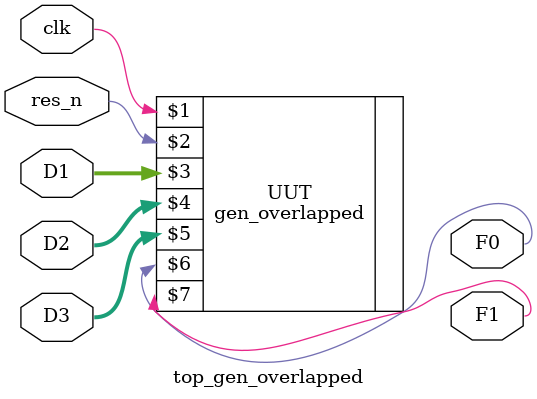
<source format=sv>
module top_gen_overlapped (clk, res_n, D1, D2, D3, F0, F1);
									
input logic 		 clk, res_n;
input logic [15:0] D1, D2, D3;
output logic			  F0, F1;

gen_overlapped UUT (clk, res_n, D1, D2, D3, F0, F1);

endmodule

</source>
